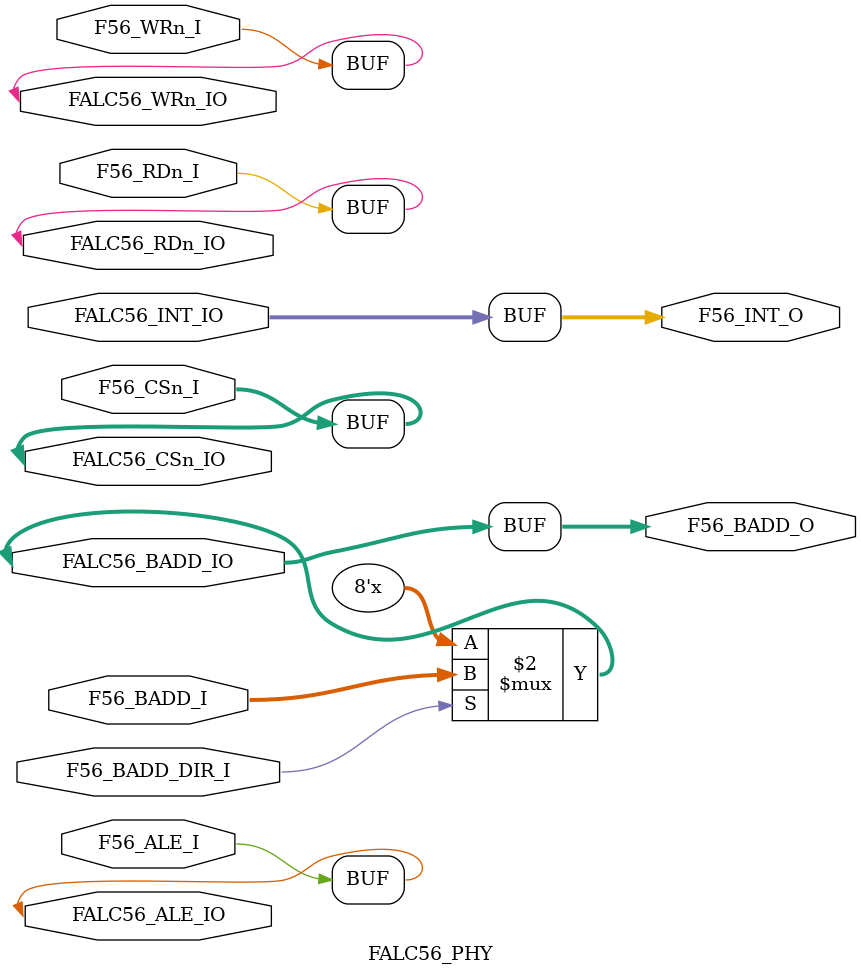
<source format=v>
`timescale 1ns / 1ps


module FALC56_PHY(
	inout [7:0] FALC56_BADD_IO,
	inout FALC56_ALE_IO,
	inout FALC56_RDn_IO,
	inout FALC56_WRn_IO,
	inout [1:0] FALC56_CSn_IO,
	inout [1:0] FALC56_INT_IO,
	
	input  [7:0] F56_BADD_I,
	output [7:0] F56_BADD_O,
	input   F56_BADD_DIR_I,

	input F56_ALE_I,
	input F56_RDn_I,
	input F56_WRn_I,
	input [1:0] F56_CSn_I,
	output[1:0] F56_INT_O
    );
	
	assign FALC56_BADD_IO = (F56_BADD_DIR_I == 1) ? F56_BADD_I : 8'hz;
	assign F56_BADD_O     = FALC56_BADD_IO;
	assign FALC56_ALE_IO = 1 ? F56_ALE_I : 1'bz;
	assign FALC56_RDn_IO = 1 ? F56_RDn_I : 1'bz;
	assign FALC56_WRn_IO = 1 ? F56_WRn_I : 1'bz;
	assign FALC56_CSn_IO = 1 ? F56_CSn_I : 1'bz;
	assign F56_INT_O     = FALC56_INT_IO;
	
	
	
	
endmodule

</source>
